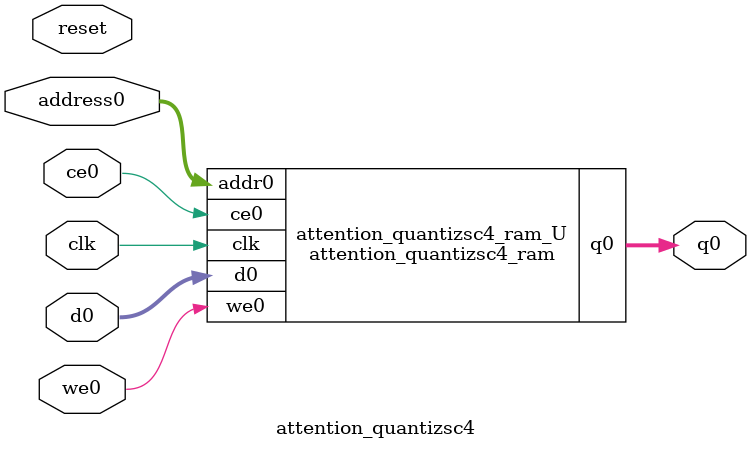
<source format=v>
`timescale 1 ns / 1 ps
module attention_quantizsc4_ram (addr0, ce0, d0, we0, q0,  clk);

parameter DWIDTH = 8;
parameter AWIDTH = 11;
parameter MEM_SIZE = 1536;

input[AWIDTH-1:0] addr0;
input ce0;
input[DWIDTH-1:0] d0;
input we0;
output reg[DWIDTH-1:0] q0;
input clk;

(* ram_style = "block" *)reg [DWIDTH-1:0] ram[0:MEM_SIZE-1];




always @(posedge clk)  
begin 
    if (ce0) begin
        if (we0) 
            ram[addr0] <= d0; 
        q0 <= ram[addr0];
    end
end


endmodule

`timescale 1 ns / 1 ps
module attention_quantizsc4(
    reset,
    clk,
    address0,
    ce0,
    we0,
    d0,
    q0);

parameter DataWidth = 32'd8;
parameter AddressRange = 32'd1536;
parameter AddressWidth = 32'd11;
input reset;
input clk;
input[AddressWidth - 1:0] address0;
input ce0;
input we0;
input[DataWidth - 1:0] d0;
output[DataWidth - 1:0] q0;



attention_quantizsc4_ram attention_quantizsc4_ram_U(
    .clk( clk ),
    .addr0( address0 ),
    .ce0( ce0 ),
    .we0( we0 ),
    .d0( d0 ),
    .q0( q0 ));

endmodule


</source>
